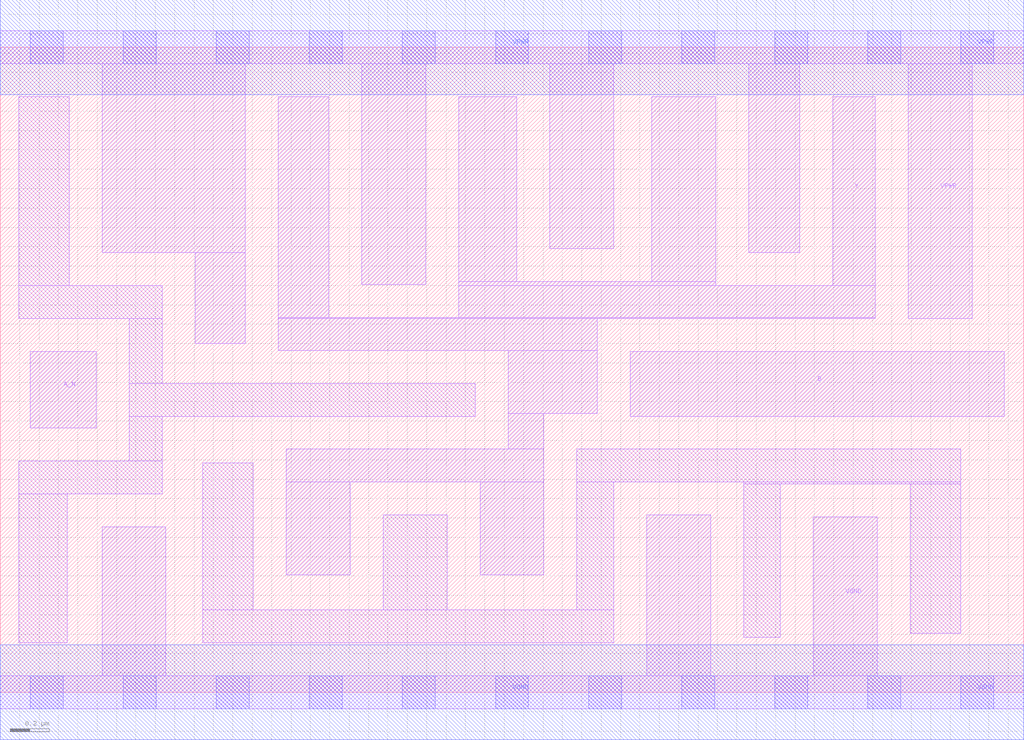
<source format=lef>
# Copyright 2020 The SkyWater PDK Authors
#
# Licensed under the Apache License, Version 2.0 (the "License");
# you may not use this file except in compliance with the License.
# You may obtain a copy of the License at
#
#     https://www.apache.org/licenses/LICENSE-2.0
#
# Unless required by applicable law or agreed to in writing, software
# distributed under the License is distributed on an "AS IS" BASIS,
# WITHOUT WARRANTIES OR CONDITIONS OF ANY KIND, either express or implied.
# See the License for the specific language governing permissions and
# limitations under the License.
#
# SPDX-License-Identifier: Apache-2.0

VERSION 5.7 ;
  NAMESCASESENSITIVE ON ;
  NOWIREEXTENSIONATPIN ON ;
  DIVIDERCHAR "/" ;
  BUSBITCHARS "[]" ;
UNITS
  DATABASE MICRONS 200 ;
END UNITS
MACRO sky130_fd_sc_lp__nand2b_4
  CLASS CORE ;
  SOURCE USER ;
  FOREIGN sky130_fd_sc_lp__nand2b_4 ;
  ORIGIN  0.000000  0.000000 ;
  SIZE  5.280000 BY  3.330000 ;
  SYMMETRY X Y R90 ;
  SITE unit ;
  PIN A_N
    ANTENNAGATEAREA  0.315000 ;
    DIRECTION INPUT ;
    USE SIGNAL ;
    PORT
      LAYER li1 ;
        RECT 0.155000 1.365000 0.495000 1.760000 ;
    END
  END A_N
  PIN B
    ANTENNAGATEAREA  1.260000 ;
    DIRECTION INPUT ;
    USE SIGNAL ;
    PORT
      LAYER li1 ;
        RECT 3.250000 1.425000 5.180000 1.760000 ;
    END
  END B
  PIN Y
    ANTENNADIFFAREA  2.016000 ;
    DIRECTION OUTPUT ;
    USE SIGNAL ;
    PORT
      LAYER li1 ;
        RECT 1.435000 1.765000 3.080000 1.930000 ;
        RECT 1.435000 1.930000 4.515000 1.935000 ;
        RECT 1.435000 1.935000 1.695000 3.075000 ;
        RECT 1.475000 0.605000 1.805000 1.085000 ;
        RECT 1.475000 1.085000 2.805000 1.255000 ;
        RECT 2.365000 1.935000 4.515000 2.100000 ;
        RECT 2.365000 2.100000 3.690000 2.120000 ;
        RECT 2.365000 2.120000 2.665000 3.075000 ;
        RECT 2.475000 0.605000 2.805000 1.085000 ;
        RECT 2.620000 1.255000 2.805000 1.440000 ;
        RECT 2.620000 1.440000 3.080000 1.765000 ;
        RECT 3.360000 2.120000 3.690000 3.075000 ;
        RECT 4.295000 2.100000 4.515000 3.075000 ;
    END
  END Y
  PIN VGND
    DIRECTION INOUT ;
    USE GROUND ;
    PORT
      LAYER li1 ;
        RECT 0.000000 -0.085000 5.280000 0.085000 ;
        RECT 0.525000  0.085000 0.855000 0.855000 ;
        RECT 3.335000  0.085000 3.665000 0.915000 ;
        RECT 4.195000  0.085000 4.525000 0.905000 ;
      LAYER mcon ;
        RECT 0.155000 -0.085000 0.325000 0.085000 ;
        RECT 0.635000 -0.085000 0.805000 0.085000 ;
        RECT 1.115000 -0.085000 1.285000 0.085000 ;
        RECT 1.595000 -0.085000 1.765000 0.085000 ;
        RECT 2.075000 -0.085000 2.245000 0.085000 ;
        RECT 2.555000 -0.085000 2.725000 0.085000 ;
        RECT 3.035000 -0.085000 3.205000 0.085000 ;
        RECT 3.515000 -0.085000 3.685000 0.085000 ;
        RECT 3.995000 -0.085000 4.165000 0.085000 ;
        RECT 4.475000 -0.085000 4.645000 0.085000 ;
        RECT 4.955000 -0.085000 5.125000 0.085000 ;
      LAYER met1 ;
        RECT 0.000000 -0.245000 5.280000 0.245000 ;
    END
  END VGND
  PIN VPWR
    DIRECTION INOUT ;
    USE POWER ;
    PORT
      LAYER li1 ;
        RECT 0.000000 3.245000 5.280000 3.415000 ;
        RECT 0.525000 2.270000 1.265000 3.245000 ;
        RECT 1.005000 1.800000 1.265000 2.270000 ;
        RECT 1.865000 2.105000 2.195000 3.245000 ;
        RECT 2.835000 2.290000 3.165000 3.245000 ;
        RECT 3.860000 2.270000 4.125000 3.245000 ;
        RECT 4.685000 1.930000 5.015000 3.245000 ;
      LAYER mcon ;
        RECT 0.155000 3.245000 0.325000 3.415000 ;
        RECT 0.635000 3.245000 0.805000 3.415000 ;
        RECT 1.115000 3.245000 1.285000 3.415000 ;
        RECT 1.595000 3.245000 1.765000 3.415000 ;
        RECT 2.075000 3.245000 2.245000 3.415000 ;
        RECT 2.555000 3.245000 2.725000 3.415000 ;
        RECT 3.035000 3.245000 3.205000 3.415000 ;
        RECT 3.515000 3.245000 3.685000 3.415000 ;
        RECT 3.995000 3.245000 4.165000 3.415000 ;
        RECT 4.475000 3.245000 4.645000 3.415000 ;
        RECT 4.955000 3.245000 5.125000 3.415000 ;
      LAYER met1 ;
        RECT 0.000000 3.085000 5.280000 3.575000 ;
    END
  END VPWR
  OBS
    LAYER li1 ;
      RECT 0.095000 0.255000 0.345000 1.025000 ;
      RECT 0.095000 1.025000 0.835000 1.195000 ;
      RECT 0.095000 1.930000 0.835000 2.100000 ;
      RECT 0.095000 2.100000 0.355000 3.075000 ;
      RECT 0.665000 1.195000 0.835000 1.425000 ;
      RECT 0.665000 1.425000 2.450000 1.595000 ;
      RECT 0.665000 1.595000 0.835000 1.930000 ;
      RECT 1.045000 0.255000 3.165000 0.425000 ;
      RECT 1.045000 0.425000 1.305000 1.185000 ;
      RECT 1.975000 0.425000 2.305000 0.915000 ;
      RECT 2.975000 0.425000 3.165000 1.085000 ;
      RECT 2.975000 1.085000 4.955000 1.255000 ;
      RECT 3.835000 0.285000 4.025000 1.075000 ;
      RECT 3.835000 1.075000 4.955000 1.085000 ;
      RECT 4.695000 0.305000 4.955000 1.075000 ;
  END
END sky130_fd_sc_lp__nand2b_4

</source>
